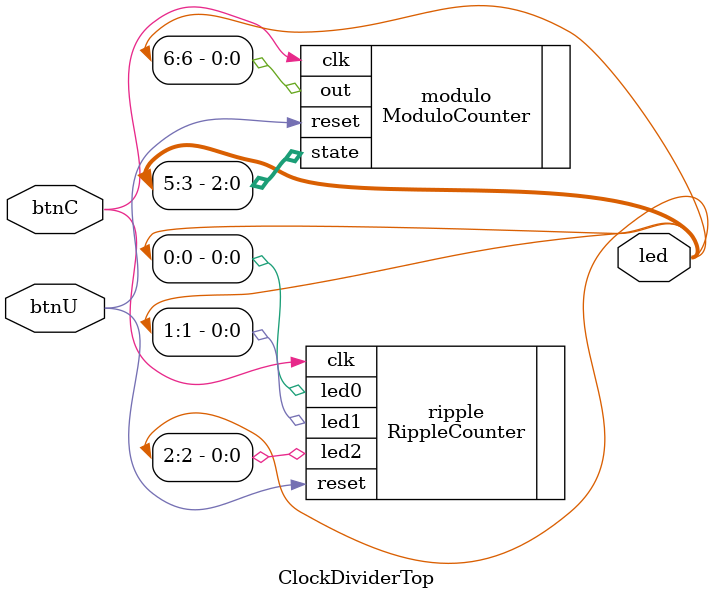
<source format=v>
module ClockDividerTop(
    input btnC,   // clock
    input btnU,   // reset
    output [6:0] led
);
    // Ripple counter LEDs
    RippleCounter ripple (
        .clk(btnC),
        .reset(btnU),
        .led0(led[0]),
        .led1(led[1]),
        .led2(led[2])
    );

    // Modulo counter
    ModuloCounter modulo (
        .clk(btnC),
        .reset(btnU),
        .state(led[3:5]),
        .out(led[6])
    );
endmodule

</source>
